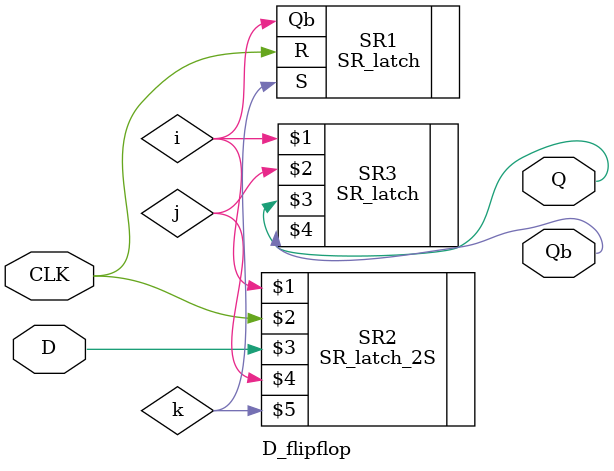
<source format=sv>
module D_flipflop(input D, CLK, output Q, Qb);
	wire i, j, k;
	SR_latch SR1(.S(k), .R(CLK), .Qb(i)), SR3(i, j, Q, Qb);
	SR_latch_2S SR2(i, CLK, D, j, k);
endmodule

</source>
